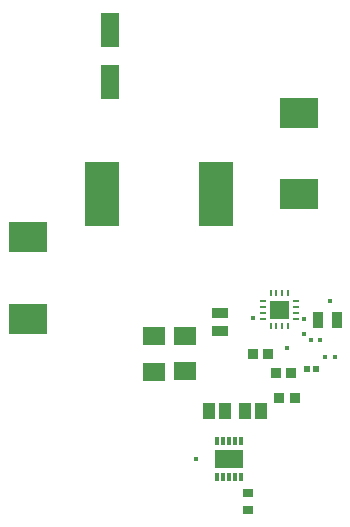
<source format=gtp>
G04*
G04 #@! TF.GenerationSoftware,Altium Limited,Altium Designer,21.1.1 (26)*
G04*
G04 Layer_Color=8421504*
%FSLAX42Y42*%
%MOMM*%
G71*
G04*
G04 #@! TF.SameCoordinates,92C87620-ECAA-41DB-B671-3A6BB777ED9A*
G04*
G04*
G04 #@! TF.FilePolarity,Positive*
G04*
G01*
G75*
%ADD15C,0.40*%
%ADD16R,0.85X0.90*%
%ADD17R,1.35X0.95*%
%ADD18R,0.03X0.03*%
%ADD19R,0.24X0.60*%
%ADD20R,0.60X0.24*%
%ADD21R,2.48X1.55*%
%ADD22R,0.30X0.65*%
%ADD23R,3.30X2.50*%
%ADD24R,1.10X1.35*%
%ADD25R,1.60X3.00*%
%ADD26R,0.90X0.70*%
%ADD27R,1.90X1.50*%
%ADD28R,2.90X5.40*%
%ADD29R,0.45X0.45*%
%ADD30R,0.47X0.47*%
%ADD31R,0.85X1.35*%
G36*
X5353Y5304D02*
X5353Y5305D01*
Y5450D01*
X5353Y5451D01*
X5353Y5452D01*
X5353Y5453D01*
X5354Y5454D01*
X5355Y5454D01*
X5355Y5455D01*
X5356Y5455D01*
X5357Y5455D01*
X5503D01*
X5504Y5455D01*
X5505Y5455D01*
X5505Y5454D01*
X5506Y5454D01*
X5507Y5453D01*
X5507Y5452D01*
X5507Y5451D01*
X5508Y5450D01*
Y5305D01*
X5507Y5304D01*
X5507Y5303D01*
X5507Y5302D01*
X5506Y5301D01*
X5505Y5301D01*
X5505Y5300D01*
X5504Y5300D01*
X5503Y5300D01*
X5357D01*
X5356Y5300D01*
X5355Y5300D01*
X5355Y5301D01*
X5354Y5301D01*
X5353Y5302D01*
X5353Y5303D01*
X5353Y5304D01*
D02*
G37*
D15*
X5203Y5311D02*
D03*
X5497Y5058D02*
D03*
X5642Y5303D02*
D03*
X4725Y4117D02*
D03*
X5642Y5172D02*
D03*
X5858Y5455D02*
D03*
D16*
X5397Y4842D02*
D03*
X5528D02*
D03*
X5558Y4635D02*
D03*
X5428D02*
D03*
X5203Y5003D02*
D03*
X5333D02*
D03*
D17*
X4928Y5350D02*
D03*
Y5200D02*
D03*
D18*
X5433Y5378D02*
D03*
D19*
X5355Y5517D02*
D03*
X5405D02*
D03*
X5455D02*
D03*
X5505D02*
D03*
Y5238D02*
D03*
X5455D02*
D03*
X5405D02*
D03*
X5355D02*
D03*
D20*
X5570Y5453D02*
D03*
Y5403D02*
D03*
Y5353D02*
D03*
Y5303D02*
D03*
X5290D02*
D03*
Y5353D02*
D03*
Y5403D02*
D03*
Y5453D02*
D03*
D21*
X5005Y4112D02*
D03*
D22*
X5105Y3958D02*
D03*
X5055D02*
D03*
X5005D02*
D03*
X4955D02*
D03*
X4905D02*
D03*
Y4267D02*
D03*
X4955D02*
D03*
X5005D02*
D03*
X5055D02*
D03*
X5105D02*
D03*
D23*
X5600Y7045D02*
D03*
Y6355D02*
D03*
X3300Y5300D02*
D03*
Y5990D02*
D03*
D24*
X5135Y4522D02*
D03*
X5275D02*
D03*
X4970Y4522D02*
D03*
X4830D02*
D03*
D25*
X3997Y7305D02*
D03*
Y7745D02*
D03*
D26*
X5160Y3830D02*
D03*
Y3680D02*
D03*
D27*
X4631Y5156D02*
D03*
Y4856D02*
D03*
X4372Y5155D02*
D03*
Y4855D02*
D03*
D28*
X4897Y6355D02*
D03*
X3928D02*
D03*
D29*
X5900Y4978D02*
D03*
X5820D02*
D03*
X5695Y5120D02*
D03*
X5775D02*
D03*
D30*
X5660Y4875D02*
D03*
X5740D02*
D03*
D31*
X5918Y5289D02*
D03*
X5753D02*
D03*
M02*

</source>
